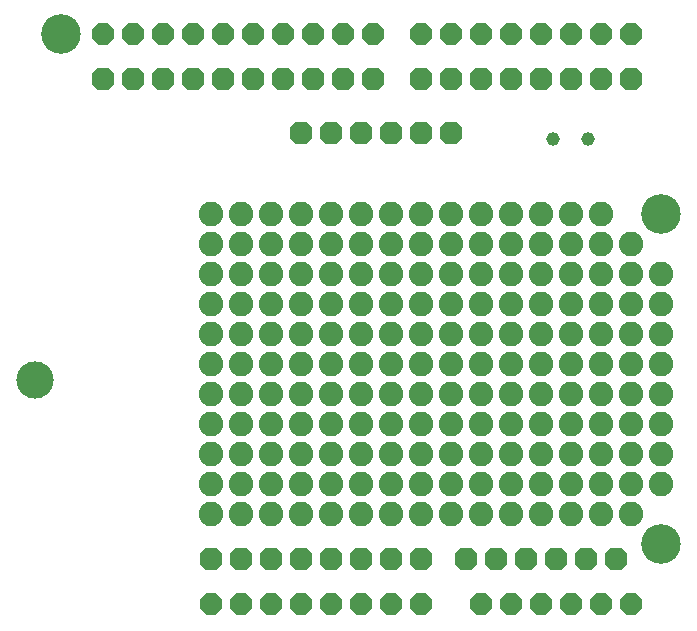
<source format=gbr>
G04 EAGLE Gerber RS-274X export*
G75*
%MOMM*%
%FSLAX34Y34*%
%LPD*%
%INSoldermask Bottom*%
%IPPOS*%
%AMOC8*
5,1,8,0,0,1.08239X$1,22.5*%
G01*
%ADD10C,3.352400*%
%ADD11C,3.152400*%
%ADD12P,2.089446X8X292.500000*%
%ADD13P,2.089446X8X112.500000*%
%ADD14P,1.979475X8X22.500000*%
%ADD15C,1.152400*%
%ADD16C,2.082800*%


D10*
X152400Y508000D03*
X660400Y355600D03*
X660400Y76200D03*
D11*
X130890Y215020D03*
D12*
X635000Y469900D03*
X609600Y469900D03*
X584200Y469900D03*
X558800Y469900D03*
X533400Y469900D03*
X508000Y469900D03*
X482600Y469900D03*
X457200Y469900D03*
D13*
X495300Y63500D03*
X520700Y63500D03*
X546100Y63500D03*
X571500Y63500D03*
X596900Y63500D03*
X622300Y63500D03*
D14*
X533400Y508000D03*
X508000Y25400D03*
X558800Y508000D03*
X584200Y508000D03*
X609600Y508000D03*
X635000Y508000D03*
X508000Y508000D03*
X482600Y508000D03*
X457200Y508000D03*
X416560Y508000D03*
X391160Y508000D03*
X365760Y508000D03*
X340360Y508000D03*
X314960Y508000D03*
X289560Y508000D03*
X264160Y508000D03*
X238760Y508000D03*
X533400Y25400D03*
X558800Y25400D03*
X584200Y25400D03*
X609600Y25400D03*
X635000Y25400D03*
X457200Y25400D03*
X431800Y25400D03*
X406400Y25400D03*
X381000Y25400D03*
X355600Y25400D03*
X330200Y25400D03*
X213360Y508000D03*
X187960Y508000D03*
X304800Y25400D03*
X279400Y25400D03*
D13*
X279400Y63500D03*
X304800Y63500D03*
X330200Y63500D03*
X355600Y63500D03*
X381000Y63500D03*
X406400Y63500D03*
X431800Y63500D03*
X457200Y63500D03*
D15*
X569200Y419100D03*
X599200Y419100D03*
D12*
X482600Y424180D03*
X457200Y424180D03*
X431800Y424180D03*
X406400Y424180D03*
X381000Y424180D03*
X355600Y424180D03*
D13*
X187960Y469900D03*
X213360Y469900D03*
X238760Y469900D03*
X264160Y469900D03*
X289560Y469900D03*
X314960Y469900D03*
X340360Y469900D03*
X365760Y469900D03*
X391160Y469900D03*
X416560Y469900D03*
D16*
X431800Y330200D03*
X482600Y330200D03*
X508000Y304800D03*
X482600Y304800D03*
X431800Y304800D03*
X406400Y304800D03*
X381000Y304800D03*
X355600Y304800D03*
X355600Y279400D03*
X381000Y279400D03*
X406400Y279400D03*
X431800Y279400D03*
X457200Y279400D03*
X482600Y279400D03*
X355600Y254000D03*
X381000Y254000D03*
X406400Y254000D03*
X431800Y254000D03*
X457200Y254000D03*
X482600Y254000D03*
X482600Y228600D03*
X457200Y228600D03*
X431800Y228600D03*
X406400Y228600D03*
X381000Y228600D03*
X355600Y203200D03*
X381000Y203200D03*
X406400Y203200D03*
X431800Y203200D03*
X457200Y203200D03*
X482600Y203200D03*
X355600Y177800D03*
X381000Y177800D03*
X406400Y177800D03*
X431800Y177800D03*
X457200Y177800D03*
X482600Y177800D03*
X508000Y177800D03*
X482600Y152400D03*
X457200Y152400D03*
X431800Y152400D03*
X406400Y152400D03*
X381000Y152400D03*
X355600Y152400D03*
X355600Y127000D03*
X381000Y127000D03*
X406400Y127000D03*
X431800Y127000D03*
X457200Y127000D03*
X482600Y127000D03*
X508000Y127000D03*
X355600Y228600D03*
X533400Y127000D03*
X533400Y101600D03*
X508000Y101600D03*
X533400Y152400D03*
X508000Y152400D03*
X533400Y177800D03*
X406400Y330200D03*
X355600Y330200D03*
X330200Y304800D03*
X330200Y279400D03*
X457200Y330200D03*
X457200Y304800D03*
X508000Y279400D03*
X533400Y254000D03*
X508000Y254000D03*
X533400Y228600D03*
X508000Y228600D03*
X508000Y203200D03*
X533400Y203200D03*
X533400Y279400D03*
X533400Y330200D03*
X508000Y330200D03*
X482600Y101600D03*
X457200Y101600D03*
X381000Y101600D03*
X355600Y101600D03*
X431800Y101600D03*
X406400Y101600D03*
X330200Y228600D03*
X330200Y203200D03*
X330200Y177800D03*
X330200Y152400D03*
X330200Y127000D03*
X330200Y101600D03*
X533400Y304800D03*
X330200Y254000D03*
X381000Y330200D03*
X330200Y330200D03*
X304800Y304800D03*
X304800Y279400D03*
X304800Y254000D03*
X304800Y228600D03*
X304800Y203200D03*
X304800Y177800D03*
X304800Y152400D03*
X304800Y127000D03*
X304800Y101600D03*
X279400Y127000D03*
X279400Y152400D03*
X279400Y177800D03*
X279400Y203200D03*
X279400Y228600D03*
X533400Y355600D03*
X508000Y355600D03*
X482600Y355600D03*
X457200Y355600D03*
X431800Y355600D03*
X406400Y355600D03*
X381000Y355600D03*
X355600Y355600D03*
X330200Y355600D03*
X304800Y355600D03*
X279400Y254000D03*
X279400Y355600D03*
X279400Y330200D03*
X279400Y304800D03*
X279400Y279400D03*
X279400Y101600D03*
X304800Y330200D03*
X584200Y330200D03*
X609600Y304800D03*
X584200Y304800D03*
X558800Y279400D03*
X584200Y279400D03*
X558800Y254000D03*
X584200Y254000D03*
X584200Y228600D03*
X558800Y228600D03*
X558800Y203200D03*
X584200Y203200D03*
X558800Y177800D03*
X584200Y177800D03*
X609600Y177800D03*
X584200Y152400D03*
X558800Y152400D03*
X558800Y127000D03*
X584200Y127000D03*
X609600Y127000D03*
X635000Y127000D03*
X635000Y101600D03*
X609600Y101600D03*
X635000Y152400D03*
X609600Y152400D03*
X635000Y177800D03*
X558800Y330200D03*
X558800Y304800D03*
X609600Y279400D03*
X635000Y254000D03*
X609600Y254000D03*
X635000Y228600D03*
X609600Y228600D03*
X609600Y203200D03*
X635000Y203200D03*
X635000Y279400D03*
X635000Y330200D03*
X609600Y330200D03*
X584200Y101600D03*
X558800Y101600D03*
X635000Y304800D03*
X609600Y355600D03*
X584200Y355600D03*
X558800Y355600D03*
X660400Y127000D03*
X660400Y152400D03*
X660400Y177800D03*
X660400Y254000D03*
X660400Y228600D03*
X660400Y203200D03*
X660400Y279400D03*
X660400Y304800D03*
M02*

</source>
